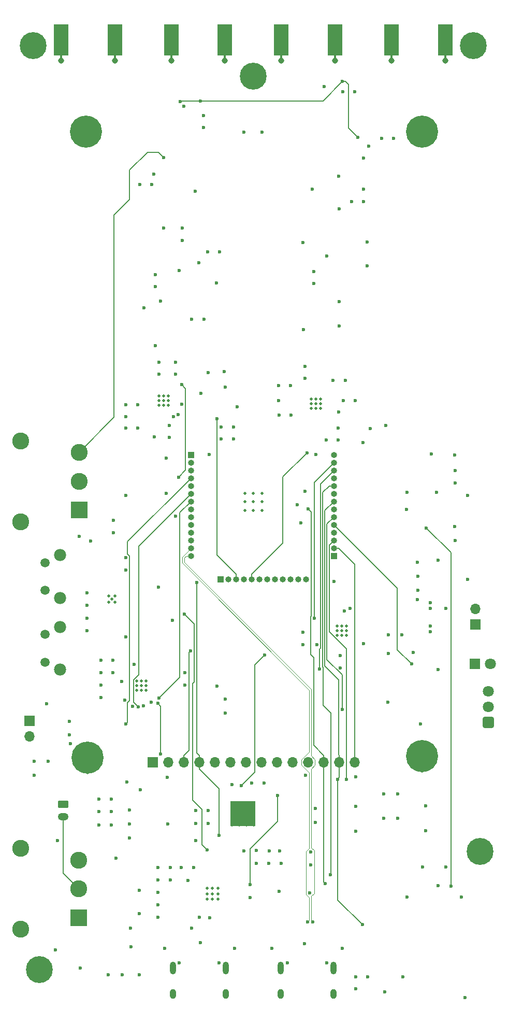
<source format=gbr>
%TF.GenerationSoftware,KiCad,Pcbnew,8.0.3*%
%TF.CreationDate,2024-12-10T11:07:40+00:00*%
%TF.ProjectId,PCB V2.4,50434220-5632-42e3-942e-6b696361645f,rev?*%
%TF.SameCoordinates,Original*%
%TF.FileFunction,Copper,L4,Bot*%
%TF.FilePolarity,Positive*%
%FSLAX46Y46*%
G04 Gerber Fmt 4.6, Leading zero omitted, Abs format (unit mm)*
G04 Created by KiCad (PCBNEW 8.0.3) date 2024-12-10 11:07:40*
%MOMM*%
%LPD*%
G01*
G04 APERTURE LIST*
G04 Aperture macros list*
%AMRoundRect*
0 Rectangle with rounded corners*
0 $1 Rounding radius*
0 $2 $3 $4 $5 $6 $7 $8 $9 X,Y pos of 4 corners*
0 Add a 4 corners polygon primitive as box body*
4,1,4,$2,$3,$4,$5,$6,$7,$8,$9,$2,$3,0*
0 Add four circle primitives for the rounded corners*
1,1,$1+$1,$2,$3*
1,1,$1+$1,$4,$5*
1,1,$1+$1,$6,$7*
1,1,$1+$1,$8,$9*
0 Add four rect primitives between the rounded corners*
20,1,$1+$1,$2,$3,$4,$5,0*
20,1,$1+$1,$4,$5,$6,$7,0*
20,1,$1+$1,$6,$7,$8,$9,0*
20,1,$1+$1,$8,$9,$2,$3,0*%
G04 Aperture macros list end*
%TA.AperFunction,ComponentPad*%
%ADD10C,0.700000*%
%TD*%
%TA.AperFunction,ComponentPad*%
%ADD11C,4.400000*%
%TD*%
%TA.AperFunction,ComponentPad*%
%ADD12C,0.500000*%
%TD*%
%TA.AperFunction,ComponentPad*%
%ADD13C,1.515000*%
%TD*%
%TA.AperFunction,ComponentPad*%
%ADD14C,1.980000*%
%TD*%
%TA.AperFunction,ComponentPad*%
%ADD15R,1.000000X1.000000*%
%TD*%
%TA.AperFunction,ComponentPad*%
%ADD16O,1.000000X1.000000*%
%TD*%
%TA.AperFunction,ComponentPad*%
%ADD17RoundRect,0.250200X0.649800X-0.649800X0.649800X0.649800X-0.649800X0.649800X-0.649800X-0.649800X0*%
%TD*%
%TA.AperFunction,ComponentPad*%
%ADD18C,1.800000*%
%TD*%
%TA.AperFunction,ComponentPad*%
%ADD19O,1.000000X2.100000*%
%TD*%
%TA.AperFunction,ComponentPad*%
%ADD20O,1.000000X1.600000*%
%TD*%
%TA.AperFunction,ComponentPad*%
%ADD21R,1.700000X1.700000*%
%TD*%
%TA.AperFunction,ComponentPad*%
%ADD22O,1.700000X1.700000*%
%TD*%
%TA.AperFunction,ComponentPad*%
%ADD23C,0.800000*%
%TD*%
%TA.AperFunction,ComponentPad*%
%ADD24C,5.250000*%
%TD*%
%TA.AperFunction,HeatsinkPad*%
%ADD25C,0.500000*%
%TD*%
%TA.AperFunction,HeatsinkPad*%
%ADD26R,4.100000X4.100000*%
%TD*%
%TA.AperFunction,SMDPad,CuDef*%
%ADD27R,2.420000X5.080000*%
%TD*%
%TA.AperFunction,SMDPad,CuDef*%
%ADD28R,0.460000X0.950000*%
%TD*%
%TA.AperFunction,ComponentPad*%
%ADD29C,0.970000*%
%TD*%
%TA.AperFunction,ComponentPad*%
%ADD30R,1.800000X1.800000*%
%TD*%
%TA.AperFunction,ComponentPad*%
%ADD31RoundRect,0.250000X-0.625000X0.350000X-0.625000X-0.350000X0.625000X-0.350000X0.625000X0.350000X0*%
%TD*%
%TA.AperFunction,ComponentPad*%
%ADD32O,1.750000X1.200000*%
%TD*%
%TA.AperFunction,ComponentPad*%
%ADD33R,2.775000X2.775000*%
%TD*%
%TA.AperFunction,ComponentPad*%
%ADD34C,2.775000*%
%TD*%
%TA.AperFunction,ViaPad*%
%ADD35C,0.600000*%
%TD*%
%TA.AperFunction,Conductor*%
%ADD36C,0.150000*%
%TD*%
%TA.AperFunction,Conductor*%
%ADD37C,0.101600*%
%TD*%
G04 APERTURE END LIST*
D10*
%TO.P,H1,1,1*%
%TO.N,GND*%
X66473500Y-178487200D03*
X66956774Y-177320474D03*
X66956774Y-179653926D03*
X68123500Y-176837200D03*
D11*
X68123500Y-178487200D03*
D10*
X68123500Y-180137200D03*
X69290226Y-177320474D03*
X69290226Y-179653926D03*
X69773500Y-178487200D03*
%TD*%
D12*
%TO.P,IC4,21,THERMAL_PAD*%
%TO.N,GND*%
X116834500Y-122312200D03*
X116834500Y-123074200D03*
X116834500Y-123836200D03*
X117596500Y-122312200D03*
X117596500Y-123074200D03*
X117596500Y-123836200D03*
X118358500Y-122312200D03*
X118358500Y-123074200D03*
X118358500Y-123836200D03*
%TD*%
%TO.P,IC6,21,GND_3(EPAD)*%
%TO.N,GND*%
X112643500Y-86752200D03*
X113405500Y-86752200D03*
X114167500Y-86752200D03*
X112643500Y-85990200D03*
X113405500Y-85990200D03*
X114167500Y-85990200D03*
X112643500Y-85228200D03*
X113405500Y-85228200D03*
X114167500Y-85228200D03*
%TD*%
D13*
%TO.P,RESET1,1,COM*%
%TO.N,/EN{slash}RESET*%
X69082500Y-111986200D03*
%TO.P,RESET1,2,NO*%
%TO.N,GND*%
X69082500Y-116486200D03*
D14*
%TO.P,RESET1,MH1,MH1*%
X71572500Y-110731200D03*
%TO.P,RESET1,MH2,MH2*%
X71572500Y-117741200D03*
%TD*%
D15*
%TO.P,J10,1,Pin_1*%
%TO.N,/IO0*%
X116326500Y-110882200D03*
D16*
%TO.P,J10,2,Pin_2*%
%TO.N,/GPIO35_SCREEN_T_IRQ*%
X116326500Y-109612200D03*
%TO.P,J10,3,Pin_3*%
%TO.N,/GPIO36_SCREEN_T_CS*%
X116326500Y-108342200D03*
%TO.P,J10,4,Pin_4*%
%TO.N,/GPIO37_IR_RECEIVER*%
X116326500Y-107072200D03*
%TO.P,J10,5,Pin_5*%
%TO.N,/GPIO38_IR_LED*%
X116326500Y-105802200D03*
%TO.P,J10,6,Pin_6*%
%TO.N,/GPIO39_HSPI_SCK*%
X116326500Y-104532200D03*
%TO.P,J10,7,Pin_7*%
%TO.N,/GPIO40_HSPI_MOSI*%
X116326500Y-103262200D03*
%TO.P,J10,8,Pin_8*%
%TO.N,/GPIO41_HSPI_MISO*%
X116326500Y-101992200D03*
%TO.P,J10,9,Pin_9*%
%TO.N,/GPIO42_SD_CARD_CS*%
X116326500Y-100722200D03*
%TO.P,J10,10,Pin_10*%
%TO.N,/RX*%
X116326500Y-99452200D03*
%TO.P,J10,11,Pin_11*%
%TO.N,/TX*%
X116326500Y-98182200D03*
%TO.P,J10,12,Pin_12*%
%TO.N,/GPIO2_SCREEN_D{slash}C*%
X116326500Y-96912200D03*
%TO.P,J10,13,Pin_13*%
%TO.N,/GPIO1_SCREEN_CS*%
X116326500Y-95642200D03*
%TO.P,J10,14,Pin_14*%
%TO.N,GND*%
X116326500Y-94372200D03*
%TD*%
D17*
%TO.P,U5,1,OUT*%
%TO.N,/GPIO37_IR_RECEIVER*%
X141598500Y-138060200D03*
D18*
%TO.P,U5,2,GND*%
%TO.N,GND*%
X141598500Y-135520200D03*
%TO.P,U5,3,Vs*%
%TO.N,+3V3*%
X141598500Y-132980200D03*
%TD*%
D12*
%TO.P,U6,25,GND*%
%TO.N,GND*%
X95562500Y-165206200D03*
X95562500Y-166095200D03*
X95562500Y-166984200D03*
X96451500Y-165206200D03*
X96451500Y-166095200D03*
X96451500Y-166984200D03*
X97340500Y-165206200D03*
X97340500Y-166095200D03*
X97340500Y-166984200D03*
%TD*%
D19*
%TO.P,USB_OTG1,S1,SHIELD*%
%TO.N,GND*%
X107623500Y-178257200D03*
D20*
X107623500Y-182437200D03*
D19*
X116263500Y-178257200D03*
D20*
X116263500Y-182437200D03*
%TD*%
D19*
%TO.P,USB_UART1,S1,SHIELD*%
%TO.N,GND*%
X89983500Y-178257200D03*
D20*
X89983500Y-182437200D03*
D19*
X98623500Y-178257200D03*
D20*
X98623500Y-182437200D03*
%TD*%
D21*
%TO.P,SCREEN1,1,VCC*%
%TO.N,+3V3*%
X86742400Y-144619700D03*
D22*
%TO.P,SCREEN1,2,GND*%
%TO.N,GND*%
X89282400Y-144619700D03*
%TO.P,SCREEN1,3,CS*%
%TO.N,/GPIO1_SCREEN_CS*%
X91822400Y-144619700D03*
%TO.P,SCREEN1,4,RESET*%
%TO.N,/EN{slash}RESET*%
X94362400Y-144619700D03*
%TO.P,SCREEN1,5,DC/RS*%
%TO.N,/GPIO2_SCREEN_D{slash}C*%
X96902400Y-144619700D03*
%TO.P,SCREEN1,6,SDI(MOSI)*%
%TO.N,/GPIO40_HSPI_MOSI*%
X99442400Y-144619700D03*
%TO.P,SCREEN1,7,SCK*%
%TO.N,/GPIO39_HSPI_SCK*%
X101982400Y-144619700D03*
%TO.P,SCREEN1,8,LED*%
%TO.N,+3V3*%
X104522400Y-144619700D03*
%TO.P,SCREEN1,9,SDO(MISO)*%
%TO.N,unconnected-(SCREEN1-SDO(MISO)-Pad9)*%
X107062400Y-144619700D03*
%TO.P,SCREEN1,10,T_CLK*%
%TO.N,/GPIO39_HSPI_SCK*%
X109602400Y-144619700D03*
%TO.P,SCREEN1,11,T_CS*%
%TO.N,/GPIO36_SCREEN_T_CS*%
X112142400Y-144619700D03*
%TO.P,SCREEN1,12,T_DIN*%
%TO.N,/GPIO40_HSPI_MOSI*%
X114682400Y-144619700D03*
%TO.P,SCREEN1,13,T_DO*%
%TO.N,/GPIO41_HSPI_MISO*%
X117222400Y-144619700D03*
%TO.P,SCREEN1,14,T_IRQ*%
%TO.N,/GPIO35_SCREEN_T_IRQ*%
X119762400Y-144619700D03*
D23*
%TO.P,SCREEN1,15,MH*%
%TO.N,GND*%
X73652400Y-41579700D03*
X73906400Y-143873700D03*
X74414400Y-39882644D03*
X74414400Y-43276756D03*
X74668400Y-142176644D03*
X74668400Y-145570756D03*
X75802400Y-39499700D03*
D24*
X75802400Y-41579700D03*
D23*
X75802400Y-43817700D03*
X76056400Y-141793700D03*
D24*
X76056400Y-143873700D03*
D23*
X76056400Y-146111700D03*
X77208400Y-39882644D03*
X77208400Y-43276756D03*
X77462400Y-142176644D03*
X77462400Y-145570756D03*
X77970400Y-41579700D03*
X78224400Y-143873700D03*
X128552400Y-41579700D03*
X128552400Y-143619700D03*
X129314400Y-39882644D03*
X129314400Y-43276756D03*
X129314400Y-141922644D03*
X129314400Y-145316756D03*
X130702400Y-39499700D03*
D24*
X130702400Y-41579700D03*
D23*
X130702400Y-43817700D03*
X130702400Y-141539700D03*
D24*
X130702400Y-143619700D03*
D23*
X130702400Y-145857700D03*
X132108400Y-39882644D03*
X132108400Y-43276756D03*
X132108400Y-141922644D03*
X132108400Y-145316756D03*
X132870400Y-41579700D03*
X132870400Y-143619700D03*
%TD*%
D10*
%TO.P,H3,1,1*%
%TO.N,GND*%
X65473500Y-27487200D03*
X65956774Y-26320474D03*
X65956774Y-28653926D03*
X67123500Y-25837200D03*
D11*
X67123500Y-27487200D03*
D10*
X67123500Y-29137200D03*
X68290226Y-26320474D03*
X68290226Y-28653926D03*
X68773500Y-27487200D03*
%TD*%
D25*
%TO.P,IC3,41,EPAD*%
%TO.N,GND*%
X99632500Y-154824200D03*
X100832500Y-154824200D03*
X102032500Y-154824200D03*
X103232500Y-154824200D03*
X100670500Y-153786200D03*
X102194500Y-153786200D03*
X99632500Y-153624200D03*
X103232500Y-153624200D03*
X101432500Y-153024200D03*
D26*
X101432500Y-153024200D03*
D25*
X99632500Y-152424200D03*
X103232500Y-152424200D03*
X100670500Y-152262200D03*
X102194500Y-152262200D03*
X99632500Y-151224200D03*
X100832500Y-151224200D03*
X102032500Y-151224200D03*
X103232500Y-151224200D03*
%TD*%
D27*
%TO.P,AE7,2*%
%TO.N,N/C*%
X98503500Y-26557200D03*
X89743500Y-26557200D03*
D28*
X98503500Y-29547200D03*
X89743500Y-29547200D03*
D29*
X98503500Y-29997200D03*
X89743500Y-29997200D03*
%TD*%
D30*
%TO.P,D4,1,K*%
%TO.N,Net-(D4-K)*%
X139348500Y-128520200D03*
D18*
%TO.P,D4,2,A*%
%TO.N,+3V3*%
X141888500Y-128520200D03*
%TD*%
D10*
%TO.P,H2,1,1*%
%TO.N,GND*%
X138552500Y-159142200D03*
X139035774Y-157975474D03*
X139035774Y-160308926D03*
X140202500Y-157492200D03*
D11*
X140202500Y-159142200D03*
D10*
X140202500Y-160792200D03*
X141369226Y-157975474D03*
X141369226Y-160308926D03*
X141852500Y-159142200D03*
%TD*%
D31*
%TO.P,JSTPH1,1,Pin_1*%
%TO.N,GND*%
X72073500Y-151487200D03*
D32*
%TO.P,JSTPH1,2,Pin_2*%
%TO.N,+V_BAT*%
X72073500Y-153487200D03*
%TD*%
D21*
%TO.P,J1,1,Pin_1*%
%TO.N,Net-(D1-K)*%
X66542500Y-137826200D03*
D22*
%TO.P,J1,2,Pin_2*%
%TO.N,Net-(D1-A)*%
X66542500Y-140366200D03*
%TD*%
D12*
%TO.P,U10,21,GND*%
%TO.N,GND*%
X84100500Y-132885700D03*
X84862500Y-132885700D03*
X85624500Y-132885700D03*
X84100500Y-132123700D03*
X84862500Y-132123700D03*
X85624500Y-132123700D03*
X84100500Y-131361700D03*
X84862500Y-131361700D03*
X85624500Y-131361700D03*
%TD*%
D27*
%TO.P,AE1,2*%
%TO.N,N/C*%
X80503500Y-26557200D03*
X71743500Y-26557200D03*
D28*
X80503500Y-29547200D03*
X71743500Y-29547200D03*
D29*
X80503500Y-29997200D03*
X71743500Y-29997200D03*
%TD*%
D13*
%TO.P,BOOT1,1,COM*%
%TO.N,/IO0*%
X69082500Y-123741200D03*
%TO.P,BOOT1,2,NO*%
%TO.N,GND*%
X69082500Y-128241200D03*
D14*
%TO.P,BOOT1,MH1,MH1*%
X71572500Y-122486200D03*
%TO.P,BOOT1,MH2,MH2*%
X71572500Y-129496200D03*
%TD*%
D27*
%TO.P,AE3,2*%
%TO.N,N/C*%
X134503500Y-26557200D03*
X125743500Y-26557200D03*
D28*
X134503500Y-29547200D03*
X125743500Y-29547200D03*
D29*
X134503500Y-29997200D03*
X125743500Y-29997200D03*
%TD*%
D10*
%TO.P,H5,1,1*%
%TO.N,GND*%
X101473500Y-32487200D03*
X101956774Y-31320474D03*
X101956774Y-33653926D03*
X103123500Y-30837200D03*
D11*
X103123500Y-32487200D03*
D10*
X103123500Y-34137200D03*
X104290226Y-31320474D03*
X104290226Y-33653926D03*
X104773500Y-32487200D03*
%TD*%
D33*
%TO.P,ANT_SW1,1,NC*%
%TO.N,unconnected-(ANT_SW1-NC-Pad1)*%
X74653500Y-103392200D03*
D34*
%TO.P,ANT_SW1,2,IN*%
%TO.N,+3V3*%
X74653500Y-98692200D03*
%TO.P,ANT_SW1,3,OUT*%
%TO.N,/ANT_SWITCH_OUT*%
X74653500Y-93992200D03*
%TO.P,ANT_SW1,MH1,MH1*%
%TO.N,GND*%
X65123500Y-105297200D03*
%TO.P,ANT_SW1,MH2,MH2*%
X65123500Y-92087200D03*
%TD*%
D10*
%TO.P,H4,1,1*%
%TO.N,GND*%
X137473500Y-27487200D03*
X137956774Y-26320474D03*
X137956774Y-28653926D03*
X139123500Y-25837200D03*
D11*
X139123500Y-27487200D03*
D10*
X139123500Y-29137200D03*
X140290226Y-26320474D03*
X140290226Y-28653926D03*
X140773500Y-27487200D03*
%TD*%
D21*
%TO.P,J6,1,Pin_1*%
%TO.N,Net-(IC5-COM)*%
X139440500Y-122063200D03*
D22*
%TO.P,J6,2,Pin_2*%
%TO.N,Net-(IC7-COM)*%
X139440500Y-119523200D03*
%TD*%
D15*
%TO.P,J8,1,Pin_1*%
%TO.N,GND*%
X92958500Y-94372200D03*
D16*
%TO.P,J8,2,Pin_2*%
%TO.N,+3V3*%
X92958500Y-95642200D03*
%TO.P,J8,3,Pin_3*%
%TO.N,/EN{slash}RESET*%
X92958500Y-96912200D03*
%TO.P,J8,4,Pin_4*%
%TO.N,/GPIO4_ADC1_3_BAT\u0025*%
X92958500Y-98182200D03*
%TO.P,J8,5,Pin_5*%
%TO.N,/GPIO5_NRF24_CE*%
X92958500Y-99452200D03*
%TO.P,J8,6,Pin_6*%
%TO.N,/GPIO6_NRF24_CSN*%
X92958500Y-100722200D03*
%TO.P,J8,7,Pin_7*%
%TO.N,/GPIO7_NRF24_IRQ*%
X92958500Y-101992200D03*
%TO.P,J8,8,Pin_8*%
%TO.N,/GPIO15_VSPI_MISO*%
X92958500Y-103262200D03*
%TO.P,J8,9,Pin_9*%
%TO.N,/GPIO16_VSPI_MOSI*%
X92958500Y-104532200D03*
%TO.P,J8,10,Pin_10*%
%TO.N,/GPIO17_VSPI_SCK*%
X92958500Y-105802200D03*
%TO.P,J8,11,Pin_11*%
%TO.N,/GPIO18_VIBRO*%
X92958500Y-107072200D03*
%TO.P,J8,12,Pin_12*%
%TO.N,/GPIO8_CC1101A_CS*%
X92958500Y-108342200D03*
%TO.P,J8,13,Pin_13*%
%TO.N,/D-*%
X92958500Y-109612200D03*
%TO.P,J8,14,Pin_14*%
%TO.N,/D+*%
X92958500Y-110882200D03*
%TD*%
D12*
%TO.P,IC2,21,GND_3(EPAD)*%
%TO.N,GND*%
X89275500Y-86244200D03*
X89275500Y-85482200D03*
X89275500Y-84720200D03*
X88513500Y-86244200D03*
X88513500Y-85482200D03*
X88513500Y-84720200D03*
X87751500Y-86244200D03*
X87751500Y-85482200D03*
X87751500Y-84720200D03*
%TD*%
%TO.P,U12,17,GND*%
%TO.N,GND*%
X79508500Y-118426000D03*
X80524500Y-118426000D03*
X80016500Y-117918000D03*
X79508500Y-117410000D03*
X80524500Y-117410000D03*
%TD*%
D25*
%TO.P,U9,41,GND*%
%TO.N,GND*%
X103147500Y-102035200D03*
%TO.P,U9,42,GND*%
X101747500Y-100635200D03*
%TO.P,U9,43,GND*%
X101747500Y-102035200D03*
%TO.P,U9,44,GND*%
X101747500Y-103435200D03*
%TO.P,U9,45,GND*%
X103147500Y-103435200D03*
%TO.P,U9,46,GND*%
X104547500Y-103435200D03*
%TO.P,U9,47,GND*%
X104547500Y-102035200D03*
%TO.P,U9,48,GND*%
X104547500Y-100635200D03*
%TO.P,U9,49,GND*%
X103147500Y-100635200D03*
%TD*%
D33*
%TO.P,PWR_SW1,1,NC*%
%TO.N,unconnected-(PWR_SW1-NC-Pad1)*%
X74623500Y-169987200D03*
D34*
%TO.P,PWR_SW1,2,IN*%
%TO.N,+V_BAT*%
X74623500Y-165287200D03*
%TO.P,PWR_SW1,3,OUT*%
%TO.N,Net-(PWR_SW1-OUT)*%
X74623500Y-160587200D03*
%TO.P,PWR_SW1,MH1,MH1*%
%TO.N,GND*%
X65093500Y-171892200D03*
%TO.P,PWR_SW1,MH2,MH2*%
X65093500Y-158682200D03*
%TD*%
D15*
%TO.P,J9,1,Pin_1*%
%TO.N,/GPIO3_CC1101B_CS*%
X97784500Y-114692200D03*
D16*
%TO.P,J9,2,Pin_2*%
%TO.N,/ESP32_PIN16_DNC*%
X99054500Y-114692200D03*
%TO.P,J9,3,Pin_3*%
%TO.N,/GPIO9_CC1101A_GD0*%
X100324500Y-114692200D03*
%TO.P,J9,4,Pin_4*%
%TO.N,/GPIO10_CC1101A_CTRL*%
X101594500Y-114692200D03*
%TO.P,J9,5,Pin_5*%
%TO.N,/GPIO11_CC1101B_GD0*%
X102864500Y-114692200D03*
%TO.P,J9,6,Pin_6*%
%TO.N,/GPIO12_CC1101B_CTRL*%
X104134500Y-114692200D03*
%TO.P,J9,7,Pin_7*%
%TO.N,/GPIO13_RDM630_CTRL*%
X105404500Y-114692200D03*
%TO.P,J9,8,Pin_8*%
%TO.N,/GPIO14_RDM630_TX*%
X106674500Y-114692200D03*
%TO.P,J9,9,Pin_9*%
%TO.N,/GPIO21_RDM630_RX*%
X107944500Y-114692200D03*
%TO.P,J9,10,Pin_10*%
%TO.N,/GPIO47_RDM630_EMULATION*%
X109214500Y-114692200D03*
%TO.P,J9,11,Pin_11*%
%TO.N,/GPIO48_PN532_CS*%
X110484500Y-114692200D03*
%TO.P,J9,12,Pin_12*%
%TO.N,/ESP32_PIN26_DNC*%
X111754500Y-114692200D03*
%TD*%
D27*
%TO.P,AE5,2*%
%TO.N,N/C*%
X116503500Y-26557200D03*
X107743500Y-26557200D03*
D28*
X116503500Y-29547200D03*
X107743500Y-29547200D03*
D29*
X116503500Y-29997200D03*
X107743500Y-29997200D03*
%TD*%
D35*
%TO.N,GND*%
X79941500Y-154897500D03*
X121047500Y-92340200D03*
X91974000Y-129932500D03*
X87761500Y-79261500D03*
X78215000Y-133996500D03*
X69606500Y-144410500D03*
X137773500Y-183087500D03*
X117707500Y-175017500D03*
X119724500Y-35076200D03*
X112531500Y-161389500D03*
X105647500Y-161135500D03*
X87116500Y-76508200D03*
X94238500Y-62964500D03*
X83697500Y-128623500D03*
X107401500Y-87895200D03*
X74654500Y-107707500D03*
X104530500Y-41635200D03*
X136138500Y-96912500D03*
X128223500Y-103262500D03*
X80237000Y-107072500D03*
X117225500Y-54201500D03*
X82173500Y-134465500D03*
X112770500Y-50959700D03*
X100054500Y-175017500D03*
X81719500Y-179324500D03*
X130804500Y-161682500D03*
X87540000Y-169905500D03*
X134614500Y-161682500D03*
X87540000Y-161777500D03*
X133344500Y-111605500D03*
X73105500Y-140092500D03*
X84596000Y-50176200D03*
X86989500Y-91412500D03*
X131312500Y-151728500D03*
X87540000Y-163809500D03*
X78215000Y-129932500D03*
X104917500Y-147966500D03*
X82341500Y-90015500D03*
X124835500Y-89567700D03*
X119882500Y-151781500D03*
X107389500Y-165707500D03*
X124454500Y-153786500D03*
X82312000Y-100976500D03*
X84513500Y-165565500D03*
X124454500Y-149749500D03*
X85233000Y-70369200D03*
X75940500Y-123095500D03*
X77909500Y-154897500D03*
X84513500Y-179287500D03*
X115183500Y-61881700D03*
X97921500Y-89802500D03*
X116326500Y-115032500D03*
X83189500Y-174724500D03*
X121787500Y-59595700D03*
X136101500Y-94372200D03*
X94492500Y-174089500D03*
X126074500Y-42683200D03*
X89402500Y-91498500D03*
X126740500Y-149749500D03*
X90418500Y-79261500D03*
X84513500Y-169375500D03*
X129301500Y-126630500D03*
X127613500Y-179687500D03*
X86872500Y-48486500D03*
X98419500Y-80783200D03*
X95805500Y-80917200D03*
X121197500Y-52970200D03*
X87116500Y-64910500D03*
X98578000Y-134250500D03*
X113397500Y-94315200D03*
X82887500Y-152365500D03*
X91053500Y-177342500D03*
X89085500Y-147045500D03*
X73055500Y-137903500D03*
X122051500Y-43914500D03*
X103641500Y-161135500D03*
X121787500Y-63532700D03*
X138175500Y-114692500D03*
X97553500Y-177342500D03*
X119882500Y-146955500D03*
X82312000Y-113168500D03*
X93615000Y-51319200D03*
X118159500Y-82180200D03*
X81665500Y-131417500D03*
X119882500Y-179630500D03*
X87608500Y-115962500D03*
X128285500Y-100468500D03*
X107274500Y-83069200D03*
X115193500Y-177342500D03*
X91825500Y-37437500D03*
X111627500Y-79896500D03*
X113034500Y-66391200D03*
X82306500Y-124111500D03*
X117006500Y-90015500D03*
X122274500Y-90068200D03*
X132044500Y-123262500D03*
X91552500Y-57288200D03*
X88513500Y-57288200D03*
X88904500Y-100659500D03*
X131312500Y-155808500D03*
X87540000Y-165841500D03*
X108693500Y-177342500D03*
X84646000Y-149077500D03*
X138163500Y-100976500D03*
X130026500Y-116470500D03*
X67304500Y-144410500D03*
X97149500Y-66326700D03*
X136113500Y-98944500D03*
X106198500Y-175017500D03*
X82481500Y-147807500D03*
X70776000Y-175239500D03*
X82341500Y-86205500D03*
X130448500Y-138328500D03*
X78252500Y-131964500D03*
X111510500Y-174216500D03*
X71114500Y-157364500D03*
X75940500Y-116956500D03*
X133090500Y-100468500D03*
X111246500Y-59722700D03*
X121161500Y-50938200D03*
X91974000Y-131964500D03*
X87540000Y-167873500D03*
X107249500Y-85482200D03*
X101580500Y-41635200D03*
X74861500Y-178221500D03*
X95752500Y-152516500D03*
X137154500Y-166632500D03*
X93720500Y-157364500D03*
X98546500Y-83323200D03*
X117047500Y-91920500D03*
X80237000Y-105040500D03*
X82341500Y-88110500D03*
X133344500Y-129462500D03*
X132044500Y-119452500D03*
X103641500Y-158976500D03*
X136079500Y-106056500D03*
X117215500Y-73311700D03*
X124623500Y-182087500D03*
X94578500Y-84339200D03*
X88015500Y-69226200D03*
X132245500Y-94245200D03*
X91053500Y-64251700D03*
X121882500Y-179630500D03*
X82312000Y-111136500D03*
X114749500Y-34199000D03*
X121173500Y-45858200D03*
X117215500Y-69374700D03*
X127405500Y-123770500D03*
X117358500Y-129170500D03*
X136138500Y-108342500D03*
X88656500Y-175017500D03*
X98578000Y-136536500D03*
X119810500Y-85482200D03*
X126740500Y-153786500D03*
X113288500Y-154404500D03*
X93720500Y-152516500D03*
X113532500Y-125381500D03*
X91540000Y-59320200D03*
X113309500Y-152118500D03*
X93085500Y-72190200D03*
X117088500Y-48884700D03*
X97626500Y-61186500D03*
X125148500Y-134758500D03*
X94990500Y-40864200D03*
X111383500Y-73886500D03*
X95117500Y-72190200D03*
X99953500Y-89802500D03*
X111246500Y-125381500D03*
X77888000Y-152633500D03*
X119882500Y-155861500D03*
X130010500Y-111952500D03*
X77888000Y-150601500D03*
X134644500Y-119452500D03*
X95897500Y-94315200D03*
X112531500Y-159230500D03*
X79433500Y-179324500D03*
X78215000Y-127900500D03*
%TO.N,+3V3*%
X87761500Y-81211500D03*
X84291500Y-86205500D03*
X90418500Y-81211500D03*
X95676500Y-61186500D03*
X115097500Y-91920500D03*
X132044500Y-122312500D03*
X119247500Y-52970200D03*
X102843500Y-147966500D03*
X121162500Y-125194500D03*
X117774500Y-35076200D03*
X79900500Y-150601500D03*
X93720500Y-154591500D03*
X86546000Y-50176200D03*
X80227500Y-127900500D03*
X117358500Y-127138500D03*
X119882500Y-181580500D03*
X88904500Y-94896200D03*
X67304500Y-146696500D03*
X107721500Y-161135500D03*
X111627500Y-81846500D03*
X80227500Y-129932500D03*
X84291500Y-90015500D03*
X82887500Y-154665500D03*
X87116500Y-66860500D03*
X75940500Y-121083500D03*
X95752500Y-154591500D03*
X111246500Y-123369500D03*
X109351500Y-87895200D03*
X109224500Y-83069200D03*
X79900500Y-152633500D03*
X89187500Y-154665500D03*
X94990500Y-38914200D03*
X107430500Y-159103500D03*
X69311500Y-135028500D03*
X97921500Y-91752500D03*
X117860500Y-85482200D03*
X116209500Y-82180200D03*
X124124500Y-42683200D03*
X112344500Y-165961500D03*
X99953500Y-91752500D03*
X113034500Y-64441200D03*
X75940500Y-118969500D03*
X132044500Y-118502500D03*
X89402500Y-89548500D03*
X128264500Y-166632500D03*
%TO.N,+5V*%
X130026500Y-114184500D03*
X80690800Y-160253500D03*
X82887500Y-156965500D03*
X83062500Y-171676500D03*
X125216500Y-126796500D03*
X93095500Y-171676500D03*
%TO.N,+3.3VA*%
X89552500Y-161777500D03*
X91387500Y-161777500D03*
X89552500Y-163809500D03*
%TO.N,/IO0*%
X91902200Y-120405700D03*
X95616600Y-158900500D03*
%TO.N,/EN{slash}RESET*%
X93928000Y-115249100D03*
X97533400Y-156560000D03*
%TO.N,/GPIO48_PN532_CS*%
X101223500Y-148435500D03*
X105033500Y-127099500D03*
%TO.N,/GPIO40_HSPI_MOSI*%
X133324300Y-164788400D03*
X87559200Y-134981900D03*
X112125400Y-103231600D03*
X114913200Y-164419500D03*
X90128200Y-88151700D03*
X88012400Y-143282200D03*
%TO.N,/GPIO41_HSPI_MISO*%
X120969700Y-171154100D03*
X91446500Y-86104000D03*
X99699500Y-148232700D03*
X116944300Y-147389800D03*
X86414500Y-134773500D03*
%TO.N,/GPIO39_HSPI_SCK*%
X85161200Y-135416000D03*
X90886200Y-87764900D03*
X117663700Y-135983000D03*
%TO.N,/GPIO8_CC1101A_CS*%
X90428500Y-104366500D03*
X90936500Y-98016500D03*
X91444500Y-82903500D03*
%TO.N,/GPIO17_VSPI_SCK*%
X110933800Y-105479700D03*
%TO.N,/GPIO15_VSPI_MISO*%
X111562700Y-100345300D03*
%TO.N,/GPIO16_VSPI_MOSI*%
X110292000Y-102494500D03*
%TO.N,/GPIO3_CC1101B_CS*%
X100498100Y-86529100D03*
X117091800Y-87355700D03*
%TO.N,/GPIO21_RDM630_RX*%
X118922500Y-119455700D03*
%TO.N,/GPIO14_RDM630_TX*%
X118061000Y-119874000D03*
%TO.N,/GPIO13_RDM630_CTRL*%
X129965300Y-118042100D03*
%TO.N,/GPIO18_VIBRO*%
X76568500Y-108464900D03*
%TO.N,/GPIO4_ADC1_3_BAT\u0025*%
X73239300Y-141605000D03*
X82338900Y-138316900D03*
%TO.N,/GPIO5_NRF24_CE*%
X89920500Y-121384500D03*
X83443500Y-135481500D03*
%TO.N,/GPIO11_CC1101B_GD0*%
X111927500Y-94030800D03*
%TO.N,/GPIO6_NRF24_CSN*%
X84332500Y-135541500D03*
%TO.N,/GPIO9_CC1101A_GD0*%
X97196900Y-88478000D03*
%TO.N,/GPIO7_NRF24_IRQ*%
X87754600Y-134078300D03*
%TO.N,/GPIO1_SCREEN_CS*%
X113100800Y-121037500D03*
X92904900Y-126376100D03*
%TO.N,/GPIO47_RDM630_EMULATION*%
X125213900Y-123821300D03*
%TO.N,/GPIO42_SD_CARD_CS*%
X135467400Y-164865600D03*
X131435100Y-106322700D03*
%TO.N,/GPIO36_SCREEN_T_CS*%
X111713000Y-146745000D03*
X118340000Y-147443300D03*
%TO.N,/GPIO2_SCREEN_D{slash}C*%
X113973300Y-129363400D03*
X97196900Y-132189000D03*
%TO.N,/GPIO38_IR_LED*%
X128997100Y-128559800D03*
%TO.N,Net-(U6-~{RST})*%
X93387500Y-161777500D03*
X96016500Y-170025500D03*
%TO.N,/RX*%
X102614500Y-166684500D03*
X115767300Y-163000100D03*
%TO.N,/TX*%
X102604500Y-164564500D03*
X107097500Y-150025900D03*
%TO.N,Net-(U6-D-)*%
X94365500Y-169898500D03*
X92460500Y-163929500D03*
%TO.N,/D+*%
X112882500Y-170688500D03*
%TO.N,/D-*%
X112032500Y-170688500D03*
%TO.N,Net-(IC3-TVDD)*%
X101567000Y-159103500D03*
X105795500Y-159103500D03*
%TO.N,/ANT_SWITCH_OUT*%
X91190500Y-36675500D03*
X88523500Y-45819500D03*
X117733500Y-33373500D03*
X120273500Y-42517500D03*
X94492500Y-36548500D03*
%TD*%
D36*
%TO.N,+V_BAT*%
X74623500Y-165287200D02*
X72073500Y-162737200D01*
X72073500Y-162737200D02*
X72073500Y-153487200D01*
%TO.N,/IO0*%
X95616600Y-158900500D02*
X94763300Y-158047200D01*
X94763300Y-152340700D02*
X93229400Y-150806800D01*
X93481600Y-121985100D02*
X91902200Y-120405700D01*
X93229400Y-131723600D02*
X93481600Y-131471400D01*
X93229400Y-150806800D02*
X93229400Y-131723600D01*
X94763300Y-158047200D02*
X94763300Y-152340700D01*
X93481600Y-131471400D02*
X93481600Y-121985100D01*
%TO.N,/EN{slash}RESET*%
X94362400Y-145746400D02*
X97533400Y-148917400D01*
X94362400Y-145183000D02*
X94362400Y-145746400D01*
X97533400Y-148917400D02*
X97533400Y-156560000D01*
X93928000Y-143058600D02*
X93928000Y-115249100D01*
X94362400Y-144619700D02*
X94362400Y-143493000D01*
X94362400Y-143493000D02*
X93928000Y-143058600D01*
%TO.N,/GPIO48_PN532_CS*%
X101223500Y-148435500D02*
X103397400Y-146261600D01*
X103397400Y-128735600D02*
X105033500Y-127099500D01*
X103397400Y-146261600D02*
X103397400Y-128735600D01*
%TO.N,/GPIO40_HSPI_MOSI*%
X114913200Y-164419500D02*
X114682400Y-164188700D01*
X112125400Y-103231600D02*
X112585900Y-103692100D01*
X88012400Y-143282200D02*
X88012400Y-135435100D01*
X112585900Y-103692100D02*
X112585900Y-120736900D01*
X112585900Y-120736900D02*
X112524100Y-120798700D01*
X114682400Y-164188700D02*
X114682400Y-145183000D01*
X112524100Y-126981300D02*
X113045500Y-127502700D01*
X113045500Y-141856100D02*
X114682400Y-143493000D01*
X112524100Y-120798700D02*
X112524100Y-126981300D01*
X113045500Y-127502700D02*
X113045500Y-141856100D01*
X88012400Y-135435100D02*
X87559200Y-134981900D01*
X114682400Y-144619700D02*
X114682400Y-143493000D01*
%TO.N,/GPIO41_HSPI_MISO*%
X117222400Y-143493000D02*
X117087000Y-143357600D01*
X114835500Y-103483200D02*
X116326500Y-101992200D01*
X120969700Y-171154100D02*
X116944300Y-167128700D01*
X114832500Y-128909600D02*
X114832500Y-126249600D01*
X117222400Y-147111700D02*
X116944300Y-147389800D01*
X117087000Y-143357600D02*
X117087000Y-131164100D01*
X114832500Y-126249600D02*
X114835500Y-126246600D01*
X117087000Y-131164100D02*
X114832500Y-128909600D01*
X117222400Y-144619700D02*
X117222400Y-147111700D01*
X117222400Y-144619700D02*
X117222400Y-143493000D01*
X114835500Y-126246600D02*
X114835500Y-103483200D01*
X116944300Y-167128700D02*
X116944300Y-147389800D01*
%TO.N,/GPIO39_HSPI_SCK*%
X115187200Y-105671500D02*
X116326500Y-104532200D01*
X117663700Y-130291300D02*
X115187200Y-127814800D01*
X117663700Y-135983000D02*
X117663700Y-130291300D01*
X115187200Y-127814800D02*
X115187200Y-105671500D01*
%TO.N,/GPIO8_CC1101A_CS*%
X92079500Y-83538500D02*
X91444500Y-82903500D01*
X92079500Y-96873500D02*
X92079500Y-83538500D01*
X90936500Y-98016500D02*
X92079500Y-96873500D01*
%TO.N,/GPIO4_ADC1_3_BAT\u0025*%
X82554500Y-138101300D02*
X82338900Y-138316900D01*
X82887000Y-134565173D02*
X82554500Y-134897673D01*
X82554500Y-108586200D02*
X82554500Y-110565827D01*
X82554500Y-110565827D02*
X82887000Y-110898327D01*
X82554500Y-134897673D02*
X82554500Y-138101300D01*
X82887000Y-110898327D02*
X82887000Y-134565173D01*
X92958500Y-98182200D02*
X82554500Y-108586200D01*
%TO.N,/GPIO11_CC1101B_GD0*%
X107998400Y-108781600D02*
X107998400Y-97959900D01*
X107998400Y-97959900D02*
X111927500Y-94030800D01*
X102864500Y-113915500D02*
X107998400Y-108781600D01*
X102864500Y-114692200D02*
X102864500Y-113915500D01*
%TO.N,/GPIO6_NRF24_CSN*%
X84332500Y-135541500D02*
X83573800Y-134782800D01*
X84397800Y-109282900D02*
X92958500Y-100722200D01*
X83573800Y-131143500D02*
X84397700Y-130319600D01*
X84397700Y-130319600D02*
X84397800Y-130319600D01*
X84397800Y-130319600D02*
X84397800Y-109282900D01*
X83573800Y-134782800D02*
X83573800Y-131143500D01*
%TO.N,/GPIO9_CC1101A_GD0*%
X100324500Y-114692200D02*
X100324500Y-113915500D01*
X100324500Y-113915500D02*
X97196900Y-110787900D01*
X97196900Y-110787900D02*
X97196900Y-88478000D01*
%TO.N,/GPIO7_NRF24_IRQ*%
X91114000Y-130718900D02*
X91114000Y-103836700D01*
X87754600Y-134078300D02*
X91114000Y-130718900D01*
X91114000Y-103836700D02*
X92958500Y-101992200D01*
%TO.N,/GPIO1_SCREEN_CS*%
X91822400Y-144619700D02*
X91822400Y-143493000D01*
X116326500Y-95642200D02*
X113100800Y-98867900D01*
X92650100Y-142665300D02*
X91822400Y-143493000D01*
X92904900Y-126376100D02*
X92650100Y-126630900D01*
X113100800Y-98867900D02*
X113100800Y-121037500D01*
X92650100Y-126630900D02*
X92650100Y-142665300D01*
%TO.N,/GPIO35_SCREEN_T_IRQ*%
X117103200Y-109612200D02*
X119762400Y-112271400D01*
X116326500Y-109612200D02*
X117103200Y-109612200D01*
X119762400Y-112271400D02*
X119762400Y-144619700D01*
%TO.N,/GPIO42_SD_CARD_CS*%
X135467400Y-164865600D02*
X135467400Y-110355000D01*
X135467400Y-110355000D02*
X131435100Y-106322700D01*
%TO.N,/GPIO36_SCREEN_T_CS*%
X118340000Y-147443300D02*
X118349100Y-147434200D01*
X115538900Y-123285500D02*
X115538900Y-109129800D01*
X115538900Y-109129800D02*
X116326500Y-108342200D01*
X118349100Y-147434200D02*
X118349100Y-126095700D01*
X118349100Y-126095700D02*
X115538900Y-123285500D01*
%TO.N,/GPIO2_SCREEN_D{slash}C*%
X113973300Y-129363400D02*
X113973300Y-126114000D01*
X114130600Y-125956700D02*
X114130600Y-99108100D01*
X114130600Y-99108100D02*
X116326500Y-96912200D01*
X113973300Y-126114000D02*
X114130600Y-125956700D01*
%TO.N,/GPIO38_IR_LED*%
X116326500Y-105802200D02*
X126691000Y-116166700D01*
X126691000Y-116166700D02*
X126691000Y-126253700D01*
X126691000Y-126253700D02*
X128997100Y-128559800D01*
%TO.N,/RX*%
X114550000Y-135302700D02*
X114550000Y-129124500D01*
X114480800Y-129055300D02*
X114480800Y-126103900D01*
X115835600Y-162931800D02*
X115835600Y-136588300D01*
X116326500Y-99452200D02*
X115549800Y-99452200D01*
X115767300Y-163000100D02*
X115835600Y-162931800D01*
X114482300Y-126102400D02*
X114482300Y-100519700D01*
X115835600Y-136588300D02*
X114550000Y-135302700D01*
X114480800Y-126103900D02*
X114482300Y-126102400D01*
X114550000Y-129124500D02*
X114480800Y-129055300D01*
X114482300Y-100519700D02*
X115549800Y-99452200D01*
%TO.N,/TX*%
X102604500Y-164564500D02*
X102604500Y-158719500D01*
X107097500Y-154226500D02*
X107097500Y-150025900D01*
X102604500Y-158719500D02*
X107097500Y-154226500D01*
D37*
%TO.N,/D+*%
X112633500Y-145685500D02*
X113243500Y-145075500D01*
X113082500Y-159002500D02*
X112633500Y-158552500D01*
X112633500Y-132672500D02*
X91874300Y-111913500D01*
X112882500Y-170688500D02*
X112633500Y-170439500D01*
X112633500Y-143553500D02*
X112633500Y-132672500D01*
X113082500Y-166002500D02*
X113082500Y-159002500D01*
X91874300Y-111193500D02*
X92185700Y-110882500D01*
X112633500Y-170439500D02*
X112633500Y-166451500D01*
X112633500Y-158552500D02*
X112633500Y-145685500D01*
X113243500Y-144163500D02*
X112633500Y-143553500D01*
X112633500Y-166451500D02*
X113082500Y-166002500D01*
X113243500Y-145075500D02*
X113243500Y-144163500D01*
X91874300Y-111913500D02*
X91874300Y-111193500D01*
X92185700Y-110882500D02*
X92958200Y-110882500D01*
%TO.N,/D-*%
X111041500Y-144163500D02*
X112281500Y-142923500D01*
X112281500Y-166677500D02*
X111793500Y-166189500D01*
X112281500Y-158701500D02*
X112281500Y-146315500D01*
X112281500Y-142923500D02*
X112281500Y-132818500D01*
X111041500Y-145075500D02*
X111041500Y-144163500D01*
X112281500Y-146315500D02*
X111041500Y-145075500D01*
X111793500Y-159189500D02*
X112281500Y-158701500D01*
X112281500Y-170439500D02*
X112281500Y-166677500D01*
X91522700Y-112059500D02*
X91522700Y-111048500D01*
X112281500Y-132818500D02*
X91522700Y-112059500D01*
X111793500Y-166189500D02*
X111793500Y-159189500D01*
X91522700Y-111048500D02*
X92958500Y-109612500D01*
X112032500Y-170688500D02*
X112281500Y-170439500D01*
D36*
%TO.N,/ANT_SWITCH_OUT*%
X80395500Y-88250200D02*
X80395500Y-55189900D01*
X94492500Y-36548500D02*
X91317500Y-36548500D01*
X118241500Y-33373500D02*
X117733500Y-33373500D01*
X87634500Y-44930500D02*
X88523500Y-45819500D01*
X82935500Y-52649900D02*
X82935500Y-47851500D01*
X118749500Y-33881500D02*
X118241500Y-33373500D01*
X114558500Y-36548500D02*
X94492500Y-36548500D01*
X80395500Y-55189900D02*
X82935500Y-52649900D01*
X117733500Y-33373500D02*
X114558500Y-36548500D01*
X118749500Y-40993500D02*
X118749500Y-33881500D01*
X91317500Y-36548500D02*
X91190500Y-36675500D01*
X85856500Y-44930500D02*
X87634500Y-44930500D01*
X82935500Y-47851500D02*
X85856500Y-44930500D01*
X74653500Y-93992200D02*
X80395500Y-88250200D01*
X120273500Y-42517500D02*
X118749500Y-40993500D01*
%TD*%
M02*

</source>
